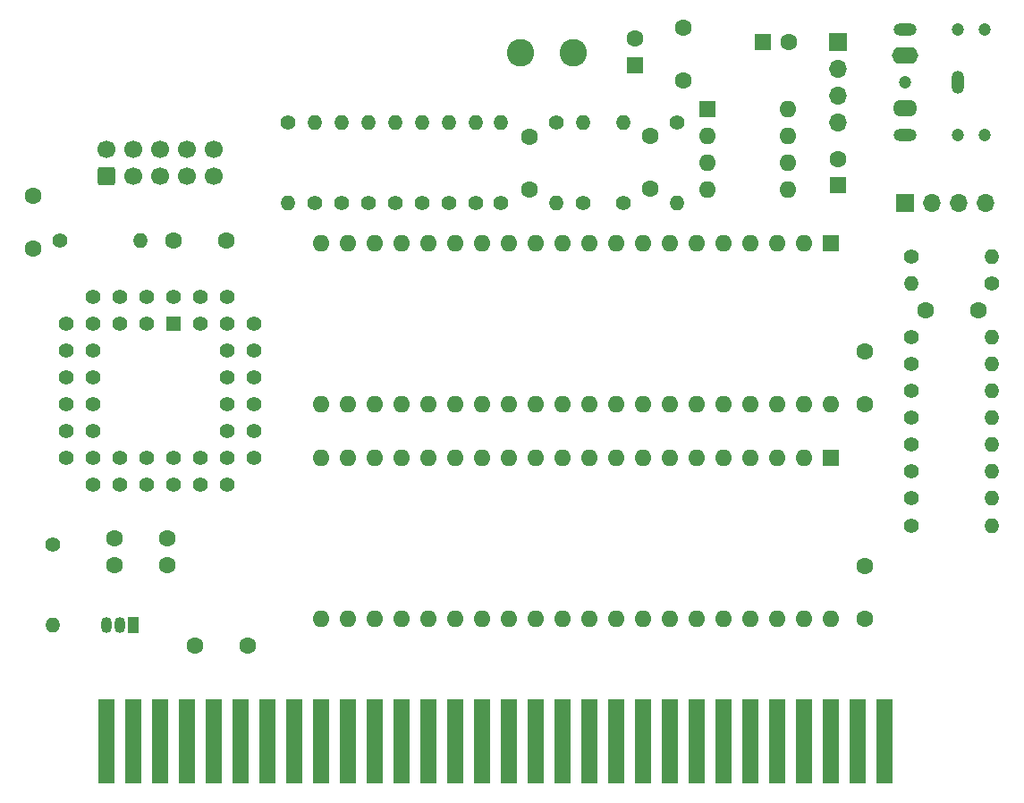
<source format=gbs>
%TF.GenerationSoftware,KiCad,Pcbnew,8.0.3*%
%TF.CreationDate,2024-07-04T14:48:40+07:00*%
%TF.ProjectId,TS_Ext_EPM3032,54535f45-7874-45f4-9550-4d333033322e,1.5*%
%TF.SameCoordinates,Original*%
%TF.FileFunction,Soldermask,Bot*%
%TF.FilePolarity,Negative*%
%FSLAX46Y46*%
G04 Gerber Fmt 4.6, Leading zero omitted, Abs format (unit mm)*
G04 Created by KiCad (PCBNEW 8.0.3) date 2024-07-04 14:48:40*
%MOMM*%
%LPD*%
G01*
G04 APERTURE LIST*
G04 Aperture macros list*
%AMRoundRect*
0 Rectangle with rounded corners*
0 $1 Rounding radius*
0 $2 $3 $4 $5 $6 $7 $8 $9 X,Y pos of 4 corners*
0 Add a 4 corners polygon primitive as box body*
4,1,4,$2,$3,$4,$5,$6,$7,$8,$9,$2,$3,0*
0 Add four circle primitives for the rounded corners*
1,1,$1+$1,$2,$3*
1,1,$1+$1,$4,$5*
1,1,$1+$1,$6,$7*
1,1,$1+$1,$8,$9*
0 Add four rect primitives between the rounded corners*
20,1,$1+$1,$2,$3,$4,$5,0*
20,1,$1+$1,$4,$5,$6,$7,0*
20,1,$1+$1,$6,$7,$8,$9,0*
20,1,$1+$1,$8,$9,$2,$3,0*%
G04 Aperture macros list end*
%ADD10R,1.600000X1.600000*%
%ADD11C,1.600000*%
%ADD12R,1.050000X1.500000*%
%ADD13O,1.050000X1.500000*%
%ADD14C,1.400000*%
%ADD15O,1.400000X1.400000*%
%ADD16O,1.600000X1.600000*%
%ADD17R,1.600000X8.000000*%
%ADD18R,1.422400X1.422400*%
%ADD19C,1.422400*%
%ADD20C,1.200000*%
%ADD21O,2.200000X1.200000*%
%ADD22O,2.300000X1.600000*%
%ADD23O,1.200000X2.200000*%
%ADD24O,2.500000X1.600000*%
%ADD25RoundRect,0.250000X0.600000X-0.600000X0.600000X0.600000X-0.600000X0.600000X-0.600000X-0.600000X0*%
%ADD26C,1.700000*%
%ADD27C,2.600000*%
%ADD28R,1.700000X1.700000*%
%ADD29O,1.700000X1.700000*%
G04 APERTURE END LIST*
D10*
%TO.C,C14*%
X106045000Y-42799000D03*
D11*
X106045000Y-40299000D03*
%TD*%
D10*
%TO.C,C13*%
X98933000Y-29210000D03*
D11*
X101433000Y-29210000D03*
%TD*%
%TO.C,C4*%
X108585000Y-83820000D03*
X108585000Y-78820000D03*
%TD*%
D12*
%TO.C,Q1*%
X39370000Y-84455000D03*
D13*
X38100000Y-84455000D03*
X36830000Y-84455000D03*
%TD*%
D14*
%TO.C,R21*%
X90805000Y-36830000D03*
D15*
X90805000Y-44450000D03*
%TD*%
D10*
%TO.C,U4*%
X105410000Y-68580000D03*
D16*
X102870000Y-68580000D03*
X100330000Y-68580000D03*
X97790000Y-68580000D03*
X95250000Y-68580000D03*
X92710000Y-68580000D03*
X90170000Y-68580000D03*
X87630000Y-68580000D03*
X85090000Y-68580000D03*
X82550000Y-68580000D03*
X80010000Y-68580000D03*
X77470000Y-68580000D03*
X74930000Y-68580000D03*
X72390000Y-68580000D03*
X69850000Y-68580000D03*
X67310000Y-68580000D03*
X64770000Y-68580000D03*
X62230000Y-68580000D03*
X59690000Y-68580000D03*
X57150000Y-68580000D03*
X57150000Y-83820000D03*
X59690000Y-83820000D03*
X62230000Y-83820000D03*
X64770000Y-83820000D03*
X67310000Y-83820000D03*
X69850000Y-83820000D03*
X72390000Y-83820000D03*
X74930000Y-83820000D03*
X77470000Y-83820000D03*
X80010000Y-83820000D03*
X82550000Y-83820000D03*
X85090000Y-83820000D03*
X87630000Y-83820000D03*
X90170000Y-83820000D03*
X92710000Y-83820000D03*
X95250000Y-83820000D03*
X97790000Y-83820000D03*
X100330000Y-83820000D03*
X102870000Y-83820000D03*
X105410000Y-83820000D03*
%TD*%
D17*
%TO.C,J3*%
X36830000Y-95478600D03*
X39370000Y-95478600D03*
X41910000Y-95478600D03*
X44450000Y-95478600D03*
X46990000Y-95478600D03*
X49530000Y-95478600D03*
X52070000Y-95478600D03*
X54610000Y-95478600D03*
X57150000Y-95478600D03*
X59690000Y-95478600D03*
X62230000Y-95478600D03*
X64770000Y-95478600D03*
X67310000Y-95478600D03*
X69850000Y-95478600D03*
X72390000Y-95478600D03*
X74930000Y-95478600D03*
X77470000Y-95478600D03*
X80010000Y-95478600D03*
X82550000Y-95478600D03*
X85090000Y-95478600D03*
X87630000Y-95478600D03*
X90170000Y-95478600D03*
X92710000Y-95478600D03*
X95250000Y-95478600D03*
X97790000Y-95478600D03*
X100330000Y-95478600D03*
X102870000Y-95478600D03*
X105410000Y-95478600D03*
X107950000Y-95478600D03*
X110490000Y-95478600D03*
%TD*%
D14*
%TO.C,R2*%
X53975000Y-36830000D03*
D15*
X53975000Y-44450000D03*
%TD*%
D14*
%TO.C,R16*%
X113030000Y-72390000D03*
D15*
X120650000Y-72390000D03*
%TD*%
D18*
%TO.C,U1*%
X43180000Y-55880000D03*
D19*
X40640000Y-53340000D03*
X40640000Y-55880000D03*
X38100000Y-53340000D03*
X38100000Y-55880000D03*
X35560000Y-53340000D03*
X33020000Y-55880000D03*
X35560000Y-55880000D03*
X33020000Y-58420000D03*
X35560000Y-58420000D03*
X33020000Y-60960000D03*
X35560000Y-60960000D03*
X33020000Y-63500000D03*
X35560000Y-63500000D03*
X33020000Y-66040000D03*
X35560000Y-66040000D03*
X33020000Y-68580000D03*
X35560000Y-71120000D03*
X35560000Y-68580000D03*
X38100000Y-71120000D03*
X38100000Y-68580000D03*
X40640000Y-71120000D03*
X40640000Y-68580000D03*
X43180000Y-71120000D03*
X43180000Y-68580000D03*
X45720000Y-71120000D03*
X45720000Y-68580000D03*
X48260000Y-71120000D03*
X50800000Y-68580000D03*
X48260000Y-68580000D03*
X50800000Y-66040000D03*
X48260000Y-66040000D03*
X50800000Y-63500000D03*
X48260000Y-63500000D03*
X50800000Y-60960000D03*
X48260000Y-60960000D03*
X50800000Y-58420000D03*
X48260000Y-58420000D03*
X50800000Y-55880000D03*
X48260000Y-53340000D03*
X48260000Y-55880000D03*
X45720000Y-53340000D03*
X45720000Y-55880000D03*
X43180000Y-53340000D03*
%TD*%
D14*
%TO.C,R22*%
X85725000Y-44450000D03*
D15*
X85725000Y-36830000D03*
%TD*%
D11*
%TO.C,C8*%
X29845000Y-48815000D03*
X29845000Y-43815000D03*
%TD*%
D14*
%TO.C,R25*%
X31750000Y-76835000D03*
D15*
X31750000Y-84455000D03*
%TD*%
D10*
%TO.C,U5*%
X93726000Y-35560000D03*
D16*
X93726000Y-38100000D03*
X93726000Y-40640000D03*
X93726000Y-43180000D03*
X101346000Y-43180000D03*
X101346000Y-40640000D03*
X101346000Y-38100000D03*
X101346000Y-35560000D03*
%TD*%
D20*
%TO.C,J5*%
X117420000Y-38020000D03*
X119920000Y-38020000D03*
X112420000Y-33020000D03*
X117420000Y-28020000D03*
X119920000Y-28020000D03*
D21*
X112420000Y-38020000D03*
D22*
X112420000Y-35520000D03*
D23*
X117420000Y-33020000D03*
D21*
X112420000Y-28020000D03*
D24*
X112420000Y-30520000D03*
%TD*%
D25*
%TO.C,J1*%
X36830000Y-41910000D03*
D26*
X36830000Y-39370000D03*
X39370000Y-41910000D03*
X39370000Y-39370000D03*
X41910000Y-41910000D03*
X41910000Y-39370000D03*
X44450000Y-41910000D03*
X44450000Y-39370000D03*
X46990000Y-41910000D03*
X46990000Y-39370000D03*
%TD*%
D14*
%TO.C,R24*%
X113030000Y-49530000D03*
D15*
X120650000Y-49530000D03*
%TD*%
D27*
%TO.C,L1*%
X81026000Y-30226000D03*
X76026000Y-30226000D03*
%TD*%
D14*
%TO.C,R11*%
X113030000Y-59690000D03*
D15*
X120650000Y-59690000D03*
%TD*%
D10*
%TO.C,U3*%
X105410000Y-48260000D03*
D16*
X102870000Y-48260000D03*
X100330000Y-48260000D03*
X97790000Y-48260000D03*
X95250000Y-48260000D03*
X92710000Y-48260000D03*
X90170000Y-48260000D03*
X87630000Y-48260000D03*
X85090000Y-48260000D03*
X82550000Y-48260000D03*
X80010000Y-48260000D03*
X77470000Y-48260000D03*
X74930000Y-48260000D03*
X72390000Y-48260000D03*
X69850000Y-48260000D03*
X67310000Y-48260000D03*
X64770000Y-48260000D03*
X62230000Y-48260000D03*
X59690000Y-48260000D03*
X57150000Y-48260000D03*
X57150000Y-63500000D03*
X59690000Y-63500000D03*
X62230000Y-63500000D03*
X64770000Y-63500000D03*
X67310000Y-63500000D03*
X69850000Y-63500000D03*
X72390000Y-63500000D03*
X74930000Y-63500000D03*
X77470000Y-63500000D03*
X80010000Y-63500000D03*
X82550000Y-63500000D03*
X85090000Y-63500000D03*
X87630000Y-63500000D03*
X90170000Y-63500000D03*
X92710000Y-63500000D03*
X95250000Y-63500000D03*
X97790000Y-63500000D03*
X100330000Y-63500000D03*
X102870000Y-63500000D03*
X105410000Y-63500000D03*
%TD*%
D28*
%TO.C,J4*%
X106045000Y-29220000D03*
D29*
X106045000Y-31760000D03*
X106045000Y-34300000D03*
X106045000Y-36840000D03*
%TD*%
D11*
%TO.C,C5*%
X50165000Y-86360000D03*
X45165000Y-86360000D03*
%TD*%
D10*
%TO.C,C1*%
X86868000Y-31431113D03*
D11*
X86868000Y-28931113D03*
%TD*%
D14*
%TO.C,R8*%
X71755000Y-44450000D03*
D15*
X71755000Y-36830000D03*
%TD*%
D14*
%TO.C,R12*%
X113030000Y-62230000D03*
D15*
X120650000Y-62230000D03*
%TD*%
D14*
%TO.C,R13*%
X113030000Y-64770000D03*
D15*
X120650000Y-64770000D03*
%TD*%
D11*
%TO.C,C6*%
X42545000Y-78740000D03*
X37545000Y-78740000D03*
%TD*%
%TO.C,C9*%
X42545000Y-76200000D03*
X37545000Y-76200000D03*
%TD*%
D14*
%TO.C,R18*%
X56515000Y-44450000D03*
D15*
X56515000Y-36830000D03*
%TD*%
D14*
%TO.C,R15*%
X113030000Y-69850000D03*
D15*
X120650000Y-69850000D03*
%TD*%
D11*
%TO.C,C7*%
X43180000Y-48006000D03*
X48180000Y-48006000D03*
%TD*%
%TO.C,C12*%
X88265000Y-38100000D03*
X88265000Y-43100000D03*
%TD*%
D14*
%TO.C,R9*%
X74168000Y-44450000D03*
D15*
X74168000Y-36830000D03*
%TD*%
D14*
%TO.C,R7*%
X69215000Y-44450000D03*
D15*
X69215000Y-36830000D03*
%TD*%
D14*
%TO.C,R6*%
X66675000Y-44450000D03*
D15*
X66675000Y-36830000D03*
%TD*%
D11*
%TO.C,C2*%
X91440000Y-32893000D03*
X91440000Y-27893000D03*
%TD*%
%TO.C,C11*%
X119380000Y-54610000D03*
X114380000Y-54610000D03*
%TD*%
D14*
%TO.C,R14*%
X113030000Y-67310000D03*
D15*
X120650000Y-67310000D03*
%TD*%
D14*
%TO.C,R4*%
X61595000Y-44450000D03*
D15*
X61595000Y-36830000D03*
%TD*%
D11*
%TO.C,C3*%
X108585000Y-63500000D03*
X108585000Y-58500000D03*
%TD*%
D14*
%TO.C,R23*%
X81915000Y-44450000D03*
D15*
X81915000Y-36830000D03*
%TD*%
D14*
%TO.C,R10*%
X113030000Y-57150000D03*
D15*
X120650000Y-57150000D03*
%TD*%
D28*
%TO.C,J2*%
X112395000Y-44450000D03*
D29*
X114935000Y-44450000D03*
X117475000Y-44450000D03*
X120015000Y-44450000D03*
%TD*%
D14*
%TO.C,R3*%
X59055000Y-44450000D03*
D15*
X59055000Y-36830000D03*
%TD*%
D14*
%TO.C,R17*%
X113030000Y-75057000D03*
D15*
X120650000Y-75057000D03*
%TD*%
D14*
%TO.C,R1*%
X32385000Y-48006000D03*
D15*
X40005000Y-48006000D03*
%TD*%
D14*
%TO.C,R5*%
X64135000Y-44450000D03*
D15*
X64135000Y-36830000D03*
%TD*%
D14*
%TO.C,R20*%
X120650000Y-52070000D03*
D15*
X113030000Y-52070000D03*
%TD*%
D14*
%TO.C,R19*%
X79375000Y-36830000D03*
D15*
X79375000Y-44450000D03*
%TD*%
D11*
%TO.C,C10*%
X76835000Y-43180000D03*
X76835000Y-38180000D03*
%TD*%
M02*

</source>
